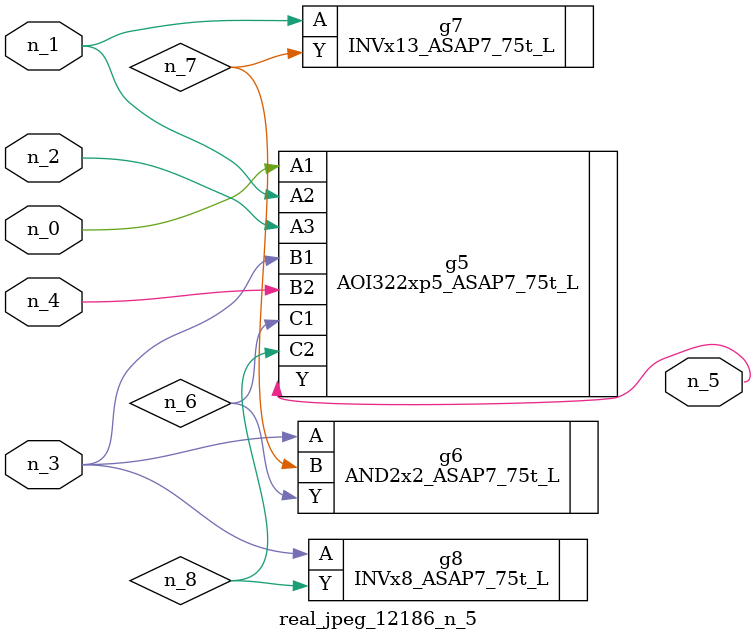
<source format=v>
module real_jpeg_12186_n_5 (n_4, n_0, n_1, n_2, n_3, n_5);

input n_4;
input n_0;
input n_1;
input n_2;
input n_3;

output n_5;

wire n_8;
wire n_6;
wire n_7;

AOI322xp5_ASAP7_75t_L g5 ( 
.A1(n_0),
.A2(n_1),
.A3(n_2),
.B1(n_3),
.B2(n_4),
.C1(n_6),
.C2(n_8),
.Y(n_5)
);

INVx13_ASAP7_75t_L g7 ( 
.A(n_1),
.Y(n_7)
);

AND2x2_ASAP7_75t_L g6 ( 
.A(n_3),
.B(n_7),
.Y(n_6)
);

INVx8_ASAP7_75t_L g8 ( 
.A(n_3),
.Y(n_8)
);


endmodule
</source>
